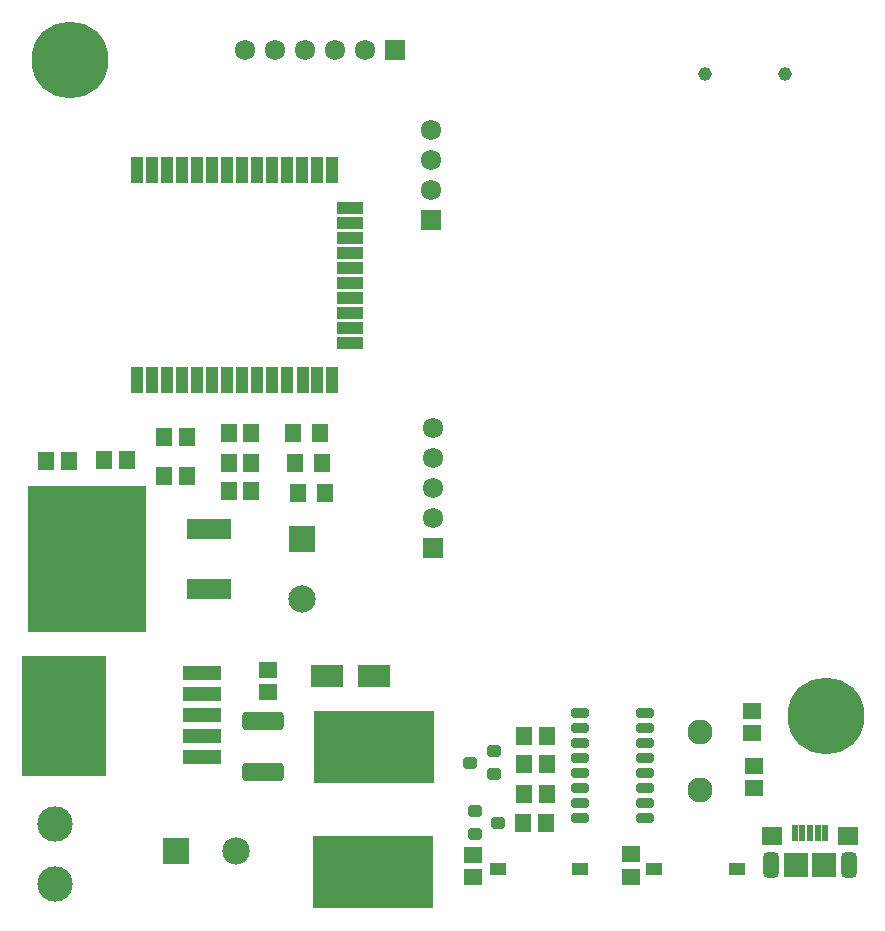
<source format=gbr>
%TF.GenerationSoftware,Altium Limited,Altium Designer,21.3.2 (30)*%
G04 Layer_Color=8388736*
%FSLAX24Y24*%
%MOIN*%
%TF.SameCoordinates,A906CF50-EBD2-4515-BF13-6977FA7C699A*%
%TF.FilePolarity,Negative*%
%TF.FileFunction,Soldermask,Top*%
%TF.Part,Single*%
G01*
G75*
%TA.AperFunction,SMDPad,CuDef*%
%ADD50R,0.0631X0.0552*%
%TA.AperFunction,ViaPad*%
%ADD53C,0.2560*%
%TA.AperFunction,ComponentPad*%
%ADD54C,0.0830*%
%ADD55R,0.0678X0.0678*%
%ADD56C,0.0678*%
%ADD57C,0.0454*%
G04:AMPARAMS|DCode=58|XSize=86.7mil|YSize=55.2mil|CornerRadius=18.2mil|HoleSize=0mil|Usage=FLASHONLY|Rotation=90.000|XOffset=0mil|YOffset=0mil|HoleType=Round|Shape=RoundedRectangle|*
%AMROUNDEDRECTD58*
21,1,0.0867,0.0189,0,0,90.0*
21,1,0.0504,0.0552,0,0,90.0*
1,1,0.0363,0.0094,0.0252*
1,1,0.0363,0.0094,-0.0252*
1,1,0.0363,-0.0094,-0.0252*
1,1,0.0363,-0.0094,0.0252*
%
%ADD58ROUNDEDRECTD58*%
%ADD59C,0.0907*%
%ADD60R,0.0907X0.0907*%
%ADD61C,0.1180*%
%ADD62R,0.0907X0.0907*%
%ADD63R,0.0678X0.0678*%
%TA.AperFunction,SMDPad,CuDef*%
%ADD74R,0.0552X0.0631*%
G04:AMPARAMS|DCode=75|XSize=43.4mil|YSize=39.5mil|CornerRadius=7.9mil|HoleSize=0mil|Usage=FLASHONLY|Rotation=180.000|XOffset=0mil|YOffset=0mil|HoleType=Round|Shape=RoundedRectangle|*
%AMROUNDEDRECTD75*
21,1,0.0434,0.0236,0,0,180.0*
21,1,0.0276,0.0395,0,0,180.0*
1,1,0.0159,-0.0138,0.0118*
1,1,0.0159,0.0138,0.0118*
1,1,0.0159,0.0138,-0.0118*
1,1,0.0159,-0.0138,-0.0118*
%
%ADD75ROUNDEDRECTD75*%
%ADD76R,0.0552X0.0395*%
G04:AMPARAMS|DCode=77|XSize=59.6mil|YSize=32.4mil|CornerRadius=7.1mil|HoleSize=0mil|Usage=FLASHONLY|Rotation=180.000|XOffset=0mil|YOffset=0mil|HoleType=Round|Shape=RoundedRectangle|*
%AMROUNDEDRECTD77*
21,1,0.0596,0.0183,0,0,180.0*
21,1,0.0455,0.0324,0,0,180.0*
1,1,0.0141,-0.0227,0.0092*
1,1,0.0141,0.0227,0.0092*
1,1,0.0141,0.0227,-0.0092*
1,1,0.0141,-0.0227,-0.0092*
%
%ADD77ROUNDEDRECTD77*%
%ADD78R,0.0580X0.0630*%
%ADD79R,0.0434X0.0867*%
%ADD80R,0.0867X0.0434*%
%ADD81R,0.0828X0.0828*%
%ADD82R,0.0197X0.0571*%
%ADD83R,0.0710X0.0631*%
%ADD84R,0.1458X0.0710*%
%ADD85R,0.3919X0.4883*%
%TA.AperFunction,ConnectorPad*%
%ADD86R,0.1280X0.0474*%
%ADD87R,0.2836X0.4017*%
%TA.AperFunction,SMDPad,CuDef*%
%ADD88R,0.4017X0.2442*%
%ADD89R,0.1064X0.0749*%
G04:AMPARAMS|DCode=90|XSize=60.8mil|YSize=137.5mil|CornerRadius=10.6mil|HoleSize=0mil|Usage=FLASHONLY|Rotation=270.000|XOffset=0mil|YOffset=0mil|HoleType=Round|Shape=RoundedRectangle|*
%AMROUNDEDRECTD90*
21,1,0.0608,0.1163,0,0,270.0*
21,1,0.0396,0.1375,0,0,270.0*
1,1,0.0212,-0.0582,-0.0198*
1,1,0.0212,-0.0582,0.0198*
1,1,0.0212,0.0582,0.0198*
1,1,0.0212,0.0582,-0.0198*
%
%ADD90ROUNDEDRECTD90*%
D50*
X25049Y26672D02*
D03*
Y25924D02*
D03*
X30300Y26698D02*
D03*
Y25950D02*
D03*
X34400Y29648D02*
D03*
Y28900D02*
D03*
X34349Y31472D02*
D03*
Y30724D02*
D03*
X18200Y32850D02*
D03*
Y32102D02*
D03*
D53*
X36800Y31300D02*
D03*
X11620Y53160D02*
D03*
D54*
X32600Y30779D02*
D03*
Y28850D02*
D03*
D55*
X22450Y53500D02*
D03*
D56*
X21450D02*
D03*
X20450D02*
D03*
X19450D02*
D03*
X18450D02*
D03*
X17450D02*
D03*
X23650Y48850D02*
D03*
Y49850D02*
D03*
Y50850D02*
D03*
X23700Y37900D02*
D03*
Y38900D02*
D03*
Y39900D02*
D03*
Y40900D02*
D03*
D57*
X32773Y52700D02*
D03*
X35450D02*
D03*
D58*
X34978Y26350D02*
D03*
X37577D02*
D03*
D59*
X19350Y35200D02*
D03*
X17150Y26800D02*
D03*
D60*
X19350Y37200D02*
D03*
D61*
X11100Y25700D02*
D03*
Y27700D02*
D03*
D62*
X15150Y26800D02*
D03*
D63*
X23650Y47850D02*
D03*
X23700Y36900D02*
D03*
D74*
X27500Y29700D02*
D03*
X26752D02*
D03*
X27476Y27726D02*
D03*
X26728D02*
D03*
X26748Y30624D02*
D03*
X27497D02*
D03*
X27500Y28700D02*
D03*
X26752D02*
D03*
X16902Y38800D02*
D03*
X17650D02*
D03*
X15500Y39300D02*
D03*
X14752D02*
D03*
X11576Y39799D02*
D03*
X10828D02*
D03*
X15500Y40600D02*
D03*
X14752D02*
D03*
X12750Y39850D02*
D03*
X13498D02*
D03*
X16902Y39750D02*
D03*
X17650D02*
D03*
X16902Y40750D02*
D03*
X17650D02*
D03*
D75*
X24956Y29750D02*
D03*
X25744Y30124D02*
D03*
Y29376D02*
D03*
X25894Y27750D02*
D03*
X25106Y27376D02*
D03*
Y28124D02*
D03*
D76*
X28628Y26200D02*
D03*
X25872D02*
D03*
X31094D02*
D03*
X33850D02*
D03*
D77*
X28617Y27900D02*
D03*
Y28400D02*
D03*
X30783Y31400D02*
D03*
X28617Y30900D02*
D03*
X30783D02*
D03*
Y29900D02*
D03*
X28617Y31400D02*
D03*
X30783Y30400D02*
D03*
X28617D02*
D03*
Y29900D02*
D03*
Y28900D02*
D03*
X30783Y29400D02*
D03*
Y28900D02*
D03*
Y27900D02*
D03*
X28617Y29400D02*
D03*
X30783Y28400D02*
D03*
D78*
X19200Y38750D02*
D03*
X20100D02*
D03*
X19100Y39750D02*
D03*
X20000D02*
D03*
X19050Y40750D02*
D03*
X19950D02*
D03*
D79*
X13859Y42494D02*
D03*
X14359D02*
D03*
X14859D02*
D03*
X15359D02*
D03*
X15859D02*
D03*
X16359D02*
D03*
X16859D02*
D03*
X17359D02*
D03*
X17859D02*
D03*
X18359D02*
D03*
X18859D02*
D03*
X19363D02*
D03*
X19859D02*
D03*
X20359D02*
D03*
Y49502D02*
D03*
X13859D02*
D03*
X14359D02*
D03*
X14859D02*
D03*
X15359D02*
D03*
X15859D02*
D03*
X16359D02*
D03*
X16859D02*
D03*
X17359D02*
D03*
X17859D02*
D03*
X18359D02*
D03*
X18859D02*
D03*
X19359D02*
D03*
X19859D02*
D03*
D80*
X20950Y43750D02*
D03*
Y44250D02*
D03*
Y44750D02*
D03*
Y45250D02*
D03*
Y45750D02*
D03*
Y46250D02*
D03*
Y46750D02*
D03*
Y47250D02*
D03*
Y47750D02*
D03*
Y48250D02*
D03*
D81*
X35805Y26350D02*
D03*
X36750D02*
D03*
D82*
X35766Y27403D02*
D03*
X36022D02*
D03*
X36278D02*
D03*
X36533D02*
D03*
X36789D02*
D03*
D83*
X35018Y27315D02*
D03*
X37537D02*
D03*
D84*
X16238Y35550D02*
D03*
Y37550D02*
D03*
D85*
X12193Y36550D02*
D03*
D86*
X16000Y29950D02*
D03*
Y30650D02*
D03*
Y31350D02*
D03*
Y32050D02*
D03*
Y32750D02*
D03*
D87*
X11400Y31300D02*
D03*
D88*
X21739Y30273D02*
D03*
X21700Y26100D02*
D03*
D89*
X20163Y32650D02*
D03*
X21737D02*
D03*
D90*
X18050Y29454D02*
D03*
Y31146D02*
D03*
%TF.MD5,849ba3bfc6c96556ff5a8a7e8c309f18*%
M02*

</source>
